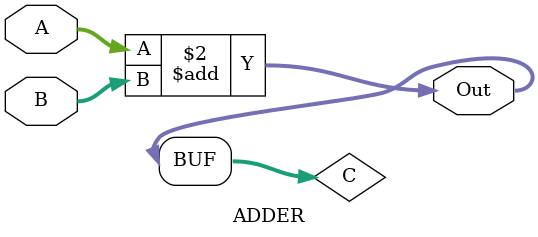
<source format=v>
module ADDER(
    input wire [31:0] A, B,
    output wire [31:0] Out
    );
    reg [31:0] C;
    assign Out = C;
    
    initial C = 0;

    always @ (A, B, OP) begin
        C = A + B;
    end
endmodule

</source>
